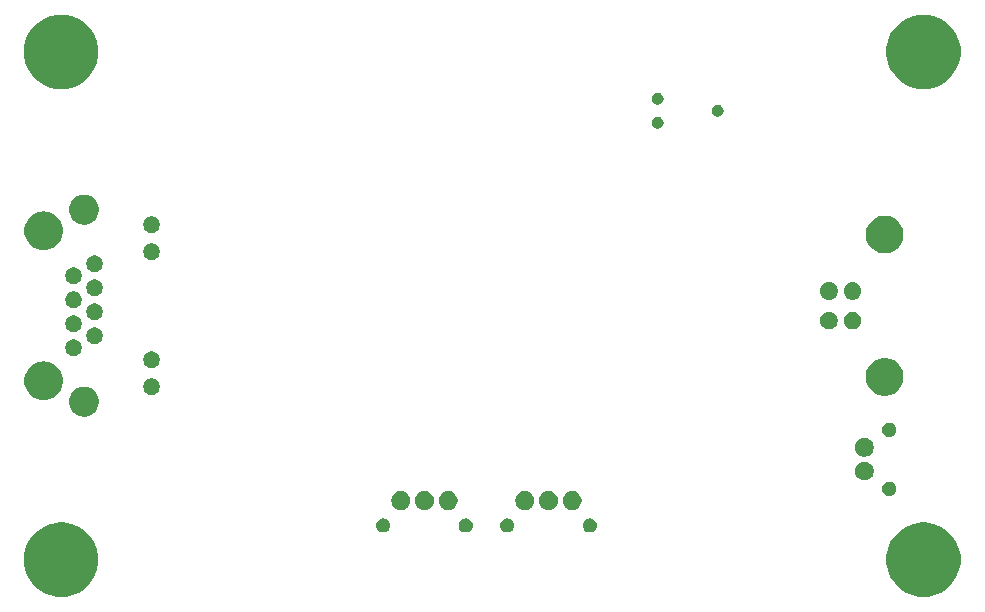
<source format=gbr>
G04 #@! TF.GenerationSoftware,KiCad,Pcbnew,5.0.1-33cea8e~68~ubuntu18.04.1*
G04 #@! TF.CreationDate,2018-11-12T14:49:47+00:00*
G04 #@! TF.ProjectId,comms,636F6D6D732E6B696361645F70636200,rev?*
G04 #@! TF.SameCoordinates,Original*
G04 #@! TF.FileFunction,Soldermask,Bot*
G04 #@! TF.FilePolarity,Negative*
%FSLAX46Y46*%
G04 Gerber Fmt 4.6, Leading zero omitted, Abs format (unit mm)*
G04 Created by KiCad (PCBNEW 5.0.1-33cea8e~68~ubuntu18.04.1) date Mon 12 Nov 2018 14:49:47 GMT*
%MOMM*%
%LPD*%
G01*
G04 APERTURE LIST*
%ADD10C,0.100000*%
G04 APERTURE END LIST*
D10*
G36*
X100155151Y-115583626D02*
X100677123Y-115687452D01*
X101250387Y-115924906D01*
X101766310Y-116269635D01*
X102205067Y-116708392D01*
X102549796Y-117224315D01*
X102787250Y-117797579D01*
X102908302Y-118406152D01*
X102908302Y-119026648D01*
X102787250Y-119635221D01*
X102549796Y-120208485D01*
X102205067Y-120724408D01*
X101766310Y-121163165D01*
X101250387Y-121507894D01*
X100677123Y-121745348D01*
X100155151Y-121849174D01*
X100068551Y-121866400D01*
X99448053Y-121866400D01*
X99361453Y-121849174D01*
X98839481Y-121745348D01*
X98266217Y-121507894D01*
X97750294Y-121163165D01*
X97311537Y-120724408D01*
X96966808Y-120208485D01*
X96729354Y-119635221D01*
X96608302Y-119026648D01*
X96608302Y-118406152D01*
X96729354Y-117797579D01*
X96966808Y-117224315D01*
X97311537Y-116708392D01*
X97750294Y-116269635D01*
X98266217Y-115924906D01*
X98839481Y-115687452D01*
X99361453Y-115583626D01*
X99448053Y-115566400D01*
X100068551Y-115566400D01*
X100155151Y-115583626D01*
X100155151Y-115583626D01*
G37*
G36*
X27155151Y-115583626D02*
X27677123Y-115687452D01*
X28250387Y-115924906D01*
X28766310Y-116269635D01*
X29205067Y-116708392D01*
X29549796Y-117224315D01*
X29787250Y-117797579D01*
X29908302Y-118406152D01*
X29908302Y-119026648D01*
X29787250Y-119635221D01*
X29549796Y-120208485D01*
X29205067Y-120724408D01*
X28766310Y-121163165D01*
X28250387Y-121507894D01*
X27677123Y-121745348D01*
X27155151Y-121849174D01*
X27068551Y-121866400D01*
X26448053Y-121866400D01*
X26361453Y-121849174D01*
X25839481Y-121745348D01*
X25266217Y-121507894D01*
X24750294Y-121163165D01*
X24311537Y-120724408D01*
X23966808Y-120208485D01*
X23729354Y-119635221D01*
X23608302Y-119026648D01*
X23608302Y-118406152D01*
X23729354Y-117797579D01*
X23966808Y-117224315D01*
X24311537Y-116708392D01*
X24750294Y-116269635D01*
X25266217Y-115924906D01*
X25839481Y-115687452D01*
X26361453Y-115583626D01*
X26448053Y-115566400D01*
X27068551Y-115566400D01*
X27155151Y-115583626D01*
X27155151Y-115583626D01*
G37*
G36*
X61183314Y-115239457D02*
X61292509Y-115284687D01*
X61390783Y-115350352D01*
X61474350Y-115433919D01*
X61540015Y-115532193D01*
X61585245Y-115641388D01*
X61608302Y-115757304D01*
X61608302Y-115875496D01*
X61585245Y-115991412D01*
X61540015Y-116100607D01*
X61474350Y-116198881D01*
X61390783Y-116282448D01*
X61292509Y-116348113D01*
X61183314Y-116393343D01*
X61067398Y-116416400D01*
X60949206Y-116416400D01*
X60833290Y-116393343D01*
X60724095Y-116348113D01*
X60625821Y-116282448D01*
X60542254Y-116198881D01*
X60476589Y-116100607D01*
X60431359Y-115991412D01*
X60408302Y-115875496D01*
X60408302Y-115757304D01*
X60431359Y-115641388D01*
X60476589Y-115532193D01*
X60542254Y-115433919D01*
X60625821Y-115350352D01*
X60724095Y-115284687D01*
X60833290Y-115239457D01*
X60949206Y-115216400D01*
X61067398Y-115216400D01*
X61183314Y-115239457D01*
X61183314Y-115239457D01*
G37*
G36*
X71683314Y-115239457D02*
X71792509Y-115284687D01*
X71890783Y-115350352D01*
X71974350Y-115433919D01*
X72040015Y-115532193D01*
X72085245Y-115641388D01*
X72108302Y-115757304D01*
X72108302Y-115875496D01*
X72085245Y-115991412D01*
X72040015Y-116100607D01*
X71974350Y-116198881D01*
X71890783Y-116282448D01*
X71792509Y-116348113D01*
X71683314Y-116393343D01*
X71567398Y-116416400D01*
X71449206Y-116416400D01*
X71333290Y-116393343D01*
X71224095Y-116348113D01*
X71125821Y-116282448D01*
X71042254Y-116198881D01*
X70976589Y-116100607D01*
X70931359Y-115991412D01*
X70908302Y-115875496D01*
X70908302Y-115757304D01*
X70931359Y-115641388D01*
X70976589Y-115532193D01*
X71042254Y-115433919D01*
X71125821Y-115350352D01*
X71224095Y-115284687D01*
X71333290Y-115239457D01*
X71449206Y-115216400D01*
X71567398Y-115216400D01*
X71683314Y-115239457D01*
X71683314Y-115239457D01*
G37*
G36*
X64683314Y-115239457D02*
X64792509Y-115284687D01*
X64890783Y-115350352D01*
X64974350Y-115433919D01*
X65040015Y-115532193D01*
X65085245Y-115641388D01*
X65108302Y-115757304D01*
X65108302Y-115875496D01*
X65085245Y-115991412D01*
X65040015Y-116100607D01*
X64974350Y-116198881D01*
X64890783Y-116282448D01*
X64792509Y-116348113D01*
X64683314Y-116393343D01*
X64567398Y-116416400D01*
X64449206Y-116416400D01*
X64333290Y-116393343D01*
X64224095Y-116348113D01*
X64125821Y-116282448D01*
X64042254Y-116198881D01*
X63976589Y-116100607D01*
X63931359Y-115991412D01*
X63908302Y-115875496D01*
X63908302Y-115757304D01*
X63931359Y-115641388D01*
X63976589Y-115532193D01*
X64042254Y-115433919D01*
X64125821Y-115350352D01*
X64224095Y-115284687D01*
X64333290Y-115239457D01*
X64449206Y-115216400D01*
X64567398Y-115216400D01*
X64683314Y-115239457D01*
X64683314Y-115239457D01*
G37*
G36*
X54183314Y-115239457D02*
X54292509Y-115284687D01*
X54390783Y-115350352D01*
X54474350Y-115433919D01*
X54540015Y-115532193D01*
X54585245Y-115641388D01*
X54608302Y-115757304D01*
X54608302Y-115875496D01*
X54585245Y-115991412D01*
X54540015Y-116100607D01*
X54474350Y-116198881D01*
X54390783Y-116282448D01*
X54292509Y-116348113D01*
X54183314Y-116393343D01*
X54067398Y-116416400D01*
X53949206Y-116416400D01*
X53833290Y-116393343D01*
X53724095Y-116348113D01*
X53625821Y-116282448D01*
X53542254Y-116198881D01*
X53476589Y-116100607D01*
X53431359Y-115991412D01*
X53408302Y-115875496D01*
X53408302Y-115757304D01*
X53431359Y-115641388D01*
X53476589Y-115532193D01*
X53542254Y-115433919D01*
X53625821Y-115350352D01*
X53724095Y-115284687D01*
X53833290Y-115239457D01*
X53949206Y-115216400D01*
X54067398Y-115216400D01*
X54183314Y-115239457D01*
X54183314Y-115239457D01*
G37*
G36*
X55741654Y-112947143D02*
X55887243Y-113007448D01*
X56018275Y-113095001D01*
X56129701Y-113206427D01*
X56217254Y-113337459D01*
X56277559Y-113483048D01*
X56308302Y-113637605D01*
X56308302Y-113795195D01*
X56277559Y-113949752D01*
X56217254Y-114095341D01*
X56129701Y-114226373D01*
X56018275Y-114337799D01*
X55887243Y-114425352D01*
X55741654Y-114485657D01*
X55587097Y-114516400D01*
X55429507Y-114516400D01*
X55274950Y-114485657D01*
X55129361Y-114425352D01*
X54998329Y-114337799D01*
X54886903Y-114226373D01*
X54799350Y-114095341D01*
X54739045Y-113949752D01*
X54708302Y-113795195D01*
X54708302Y-113637605D01*
X54739045Y-113483048D01*
X54799350Y-113337459D01*
X54886903Y-113206427D01*
X54998329Y-113095001D01*
X55129361Y-113007448D01*
X55274950Y-112947143D01*
X55429507Y-112916400D01*
X55587097Y-112916400D01*
X55741654Y-112947143D01*
X55741654Y-112947143D01*
G37*
G36*
X57741654Y-112947143D02*
X57887243Y-113007448D01*
X58018275Y-113095001D01*
X58129701Y-113206427D01*
X58217254Y-113337459D01*
X58277559Y-113483048D01*
X58308302Y-113637605D01*
X58308302Y-113795195D01*
X58277559Y-113949752D01*
X58217254Y-114095341D01*
X58129701Y-114226373D01*
X58018275Y-114337799D01*
X57887243Y-114425352D01*
X57741654Y-114485657D01*
X57587097Y-114516400D01*
X57429507Y-114516400D01*
X57274950Y-114485657D01*
X57129361Y-114425352D01*
X56998329Y-114337799D01*
X56886903Y-114226373D01*
X56799350Y-114095341D01*
X56739045Y-113949752D01*
X56708302Y-113795195D01*
X56708302Y-113637605D01*
X56739045Y-113483048D01*
X56799350Y-113337459D01*
X56886903Y-113206427D01*
X56998329Y-113095001D01*
X57129361Y-113007448D01*
X57274950Y-112947143D01*
X57429507Y-112916400D01*
X57587097Y-112916400D01*
X57741654Y-112947143D01*
X57741654Y-112947143D01*
G37*
G36*
X59741654Y-112947143D02*
X59887243Y-113007448D01*
X60018275Y-113095001D01*
X60129701Y-113206427D01*
X60217254Y-113337459D01*
X60277559Y-113483048D01*
X60308302Y-113637605D01*
X60308302Y-113795195D01*
X60277559Y-113949752D01*
X60217254Y-114095341D01*
X60129701Y-114226373D01*
X60018275Y-114337799D01*
X59887243Y-114425352D01*
X59741654Y-114485657D01*
X59587097Y-114516400D01*
X59429507Y-114516400D01*
X59274950Y-114485657D01*
X59129361Y-114425352D01*
X58998329Y-114337799D01*
X58886903Y-114226373D01*
X58799350Y-114095341D01*
X58739045Y-113949752D01*
X58708302Y-113795195D01*
X58708302Y-113637605D01*
X58739045Y-113483048D01*
X58799350Y-113337459D01*
X58886903Y-113206427D01*
X58998329Y-113095001D01*
X59129361Y-113007448D01*
X59274950Y-112947143D01*
X59429507Y-112916400D01*
X59587097Y-112916400D01*
X59741654Y-112947143D01*
X59741654Y-112947143D01*
G37*
G36*
X70241654Y-112947143D02*
X70387243Y-113007448D01*
X70518275Y-113095001D01*
X70629701Y-113206427D01*
X70717254Y-113337459D01*
X70777559Y-113483048D01*
X70808302Y-113637605D01*
X70808302Y-113795195D01*
X70777559Y-113949752D01*
X70717254Y-114095341D01*
X70629701Y-114226373D01*
X70518275Y-114337799D01*
X70387243Y-114425352D01*
X70241654Y-114485657D01*
X70087097Y-114516400D01*
X69929507Y-114516400D01*
X69774950Y-114485657D01*
X69629361Y-114425352D01*
X69498329Y-114337799D01*
X69386903Y-114226373D01*
X69299350Y-114095341D01*
X69239045Y-113949752D01*
X69208302Y-113795195D01*
X69208302Y-113637605D01*
X69239045Y-113483048D01*
X69299350Y-113337459D01*
X69386903Y-113206427D01*
X69498329Y-113095001D01*
X69629361Y-113007448D01*
X69774950Y-112947143D01*
X69929507Y-112916400D01*
X70087097Y-112916400D01*
X70241654Y-112947143D01*
X70241654Y-112947143D01*
G37*
G36*
X68241654Y-112947143D02*
X68387243Y-113007448D01*
X68518275Y-113095001D01*
X68629701Y-113206427D01*
X68717254Y-113337459D01*
X68777559Y-113483048D01*
X68808302Y-113637605D01*
X68808302Y-113795195D01*
X68777559Y-113949752D01*
X68717254Y-114095341D01*
X68629701Y-114226373D01*
X68518275Y-114337799D01*
X68387243Y-114425352D01*
X68241654Y-114485657D01*
X68087097Y-114516400D01*
X67929507Y-114516400D01*
X67774950Y-114485657D01*
X67629361Y-114425352D01*
X67498329Y-114337799D01*
X67386903Y-114226373D01*
X67299350Y-114095341D01*
X67239045Y-113949752D01*
X67208302Y-113795195D01*
X67208302Y-113637605D01*
X67239045Y-113483048D01*
X67299350Y-113337459D01*
X67386903Y-113206427D01*
X67498329Y-113095001D01*
X67629361Y-113007448D01*
X67774950Y-112947143D01*
X67929507Y-112916400D01*
X68087097Y-112916400D01*
X68241654Y-112947143D01*
X68241654Y-112947143D01*
G37*
G36*
X66241654Y-112947143D02*
X66387243Y-113007448D01*
X66518275Y-113095001D01*
X66629701Y-113206427D01*
X66717254Y-113337459D01*
X66777559Y-113483048D01*
X66808302Y-113637605D01*
X66808302Y-113795195D01*
X66777559Y-113949752D01*
X66717254Y-114095341D01*
X66629701Y-114226373D01*
X66518275Y-114337799D01*
X66387243Y-114425352D01*
X66241654Y-114485657D01*
X66087097Y-114516400D01*
X65929507Y-114516400D01*
X65774950Y-114485657D01*
X65629361Y-114425352D01*
X65498329Y-114337799D01*
X65386903Y-114226373D01*
X65299350Y-114095341D01*
X65239045Y-113949752D01*
X65208302Y-113795195D01*
X65208302Y-113637605D01*
X65239045Y-113483048D01*
X65299350Y-113337459D01*
X65386903Y-113206427D01*
X65498329Y-113095001D01*
X65629361Y-113007448D01*
X65774950Y-112947143D01*
X65929507Y-112916400D01*
X66087097Y-112916400D01*
X66241654Y-112947143D01*
X66241654Y-112947143D01*
G37*
G36*
X97033314Y-112139457D02*
X97142509Y-112184687D01*
X97240783Y-112250352D01*
X97324350Y-112333919D01*
X97390015Y-112432193D01*
X97435245Y-112541388D01*
X97458302Y-112657304D01*
X97458302Y-112775496D01*
X97435245Y-112891412D01*
X97390015Y-113000607D01*
X97324350Y-113098881D01*
X97240783Y-113182448D01*
X97142509Y-113248113D01*
X97033314Y-113293343D01*
X96917398Y-113316400D01*
X96799206Y-113316400D01*
X96683290Y-113293343D01*
X96574095Y-113248113D01*
X96475821Y-113182448D01*
X96392254Y-113098881D01*
X96326589Y-113000607D01*
X96281359Y-112891412D01*
X96258302Y-112775496D01*
X96258302Y-112657304D01*
X96281359Y-112541388D01*
X96326589Y-112432193D01*
X96392254Y-112333919D01*
X96475821Y-112250352D01*
X96574095Y-112184687D01*
X96683290Y-112139457D01*
X96799206Y-112116400D01*
X96917398Y-112116400D01*
X97033314Y-112139457D01*
X97033314Y-112139457D01*
G37*
G36*
X94991654Y-110447143D02*
X95137243Y-110507448D01*
X95268275Y-110595001D01*
X95379701Y-110706427D01*
X95467254Y-110837459D01*
X95527559Y-110983048D01*
X95558302Y-111137605D01*
X95558302Y-111295195D01*
X95527559Y-111449752D01*
X95467254Y-111595341D01*
X95379701Y-111726373D01*
X95268275Y-111837799D01*
X95137243Y-111925352D01*
X94991654Y-111985657D01*
X94837097Y-112016400D01*
X94679507Y-112016400D01*
X94524950Y-111985657D01*
X94379361Y-111925352D01*
X94248329Y-111837799D01*
X94136903Y-111726373D01*
X94049350Y-111595341D01*
X93989045Y-111449752D01*
X93958302Y-111295195D01*
X93958302Y-111137605D01*
X93989045Y-110983048D01*
X94049350Y-110837459D01*
X94136903Y-110706427D01*
X94248329Y-110595001D01*
X94379361Y-110507448D01*
X94524950Y-110447143D01*
X94679507Y-110416400D01*
X94837097Y-110416400D01*
X94991654Y-110447143D01*
X94991654Y-110447143D01*
G37*
G36*
X94991654Y-108447143D02*
X95137243Y-108507448D01*
X95268275Y-108595001D01*
X95379701Y-108706427D01*
X95467254Y-108837459D01*
X95527559Y-108983048D01*
X95558302Y-109137605D01*
X95558302Y-109295195D01*
X95527559Y-109449752D01*
X95467254Y-109595341D01*
X95379701Y-109726373D01*
X95268275Y-109837799D01*
X95137243Y-109925352D01*
X94991654Y-109985657D01*
X94837097Y-110016400D01*
X94679507Y-110016400D01*
X94524950Y-109985657D01*
X94379361Y-109925352D01*
X94248329Y-109837799D01*
X94136903Y-109726373D01*
X94049350Y-109595341D01*
X93989045Y-109449752D01*
X93958302Y-109295195D01*
X93958302Y-109137605D01*
X93989045Y-108983048D01*
X94049350Y-108837459D01*
X94136903Y-108706427D01*
X94248329Y-108595001D01*
X94379361Y-108507448D01*
X94524950Y-108447143D01*
X94679507Y-108416400D01*
X94837097Y-108416400D01*
X94991654Y-108447143D01*
X94991654Y-108447143D01*
G37*
G36*
X97033314Y-107139457D02*
X97142509Y-107184687D01*
X97240783Y-107250352D01*
X97324350Y-107333919D01*
X97390015Y-107432193D01*
X97435245Y-107541388D01*
X97458302Y-107657304D01*
X97458302Y-107775496D01*
X97435245Y-107891412D01*
X97390015Y-108000607D01*
X97324350Y-108098881D01*
X97240783Y-108182448D01*
X97142509Y-108248113D01*
X97033314Y-108293343D01*
X96917398Y-108316400D01*
X96799206Y-108316400D01*
X96683290Y-108293343D01*
X96574095Y-108248113D01*
X96475821Y-108182448D01*
X96392254Y-108098881D01*
X96326589Y-108000607D01*
X96281359Y-107891412D01*
X96258302Y-107775496D01*
X96258302Y-107657304D01*
X96281359Y-107541388D01*
X96326589Y-107432193D01*
X96392254Y-107333919D01*
X96475821Y-107250352D01*
X96574095Y-107184687D01*
X96683290Y-107139457D01*
X96799206Y-107116400D01*
X96917398Y-107116400D01*
X97033314Y-107139457D01*
X97033314Y-107139457D01*
G37*
G36*
X28935066Y-104098802D02*
X29057747Y-104123205D01*
X29288873Y-104218941D01*
X29496883Y-104357929D01*
X29673773Y-104534819D01*
X29673775Y-104534822D01*
X29812761Y-104742829D01*
X29908497Y-104973955D01*
X29957302Y-105219316D01*
X29957302Y-105469484D01*
X29908497Y-105714845D01*
X29812761Y-105945971D01*
X29673773Y-106153981D01*
X29496883Y-106330871D01*
X29496880Y-106330873D01*
X29288873Y-106469859D01*
X29057747Y-106565595D01*
X28935066Y-106589998D01*
X28812388Y-106614400D01*
X28562216Y-106614400D01*
X28439538Y-106589998D01*
X28316857Y-106565595D01*
X28085731Y-106469859D01*
X27877724Y-106330873D01*
X27877721Y-106330871D01*
X27700831Y-106153981D01*
X27561843Y-105945971D01*
X27466107Y-105714845D01*
X27417302Y-105469484D01*
X27417302Y-105219316D01*
X27466107Y-104973955D01*
X27561843Y-104742829D01*
X27700829Y-104534822D01*
X27700831Y-104534819D01*
X27877721Y-104357929D01*
X28085731Y-104218941D01*
X28316857Y-104123205D01*
X28439538Y-104098802D01*
X28562216Y-104074400D01*
X28812388Y-104074400D01*
X28935066Y-104098802D01*
X28935066Y-104098802D01*
G37*
G36*
X25463102Y-101949690D02*
X25732472Y-102003270D01*
X26028313Y-102125812D01*
X26294562Y-102303714D01*
X26520988Y-102530140D01*
X26698890Y-102796389D01*
X26821432Y-103092230D01*
X26883902Y-103406292D01*
X26883902Y-103726508D01*
X26821432Y-104040570D01*
X26698890Y-104336411D01*
X26520988Y-104602660D01*
X26294562Y-104829086D01*
X26028313Y-105006988D01*
X25732472Y-105129530D01*
X25463102Y-105183110D01*
X25418411Y-105192000D01*
X25098193Y-105192000D01*
X25053502Y-105183110D01*
X24784132Y-105129530D01*
X24488291Y-105006988D01*
X24222042Y-104829086D01*
X23995616Y-104602660D01*
X23817714Y-104336411D01*
X23695172Y-104040570D01*
X23632702Y-103726508D01*
X23632702Y-103406292D01*
X23695172Y-103092230D01*
X23817714Y-102796389D01*
X23995616Y-102530140D01*
X24222042Y-102303714D01*
X24488291Y-102125812D01*
X24784132Y-102003270D01*
X25053502Y-101949690D01*
X25098193Y-101940800D01*
X25418411Y-101940800D01*
X25463102Y-101949690D01*
X25463102Y-101949690D01*
G37*
G36*
X96935005Y-101697886D02*
X97226185Y-101818497D01*
X97488246Y-101993601D01*
X97711101Y-102216456D01*
X97886205Y-102478517D01*
X98006816Y-102769697D01*
X98068302Y-103078812D01*
X98068302Y-103393988D01*
X98006816Y-103703103D01*
X97886205Y-103994283D01*
X97711101Y-104256344D01*
X97488246Y-104479199D01*
X97226185Y-104654303D01*
X96935005Y-104774914D01*
X96625890Y-104836400D01*
X96310714Y-104836400D01*
X96001599Y-104774914D01*
X95710419Y-104654303D01*
X95448358Y-104479199D01*
X95225503Y-104256344D01*
X95050399Y-103994283D01*
X94929788Y-103703103D01*
X94868302Y-103393988D01*
X94868302Y-103078812D01*
X94929788Y-102769697D01*
X95050399Y-102478517D01*
X95225503Y-102216456D01*
X95448358Y-101993601D01*
X95710419Y-101818497D01*
X96001599Y-101697886D01*
X96310714Y-101636400D01*
X96625890Y-101636400D01*
X96935005Y-101697886D01*
X96935005Y-101697886D01*
G37*
G36*
X34606485Y-103401300D02*
X34733876Y-103454068D01*
X34848527Y-103530675D01*
X34946027Y-103628175D01*
X35022634Y-103742826D01*
X35075402Y-103870217D01*
X35102302Y-104005455D01*
X35102302Y-104143345D01*
X35075402Y-104278583D01*
X35022634Y-104405974D01*
X34946027Y-104520625D01*
X34848527Y-104618125D01*
X34733876Y-104694732D01*
X34606485Y-104747500D01*
X34471247Y-104774400D01*
X34333357Y-104774400D01*
X34198119Y-104747500D01*
X34070728Y-104694732D01*
X33956077Y-104618125D01*
X33858577Y-104520625D01*
X33781970Y-104405974D01*
X33729202Y-104278583D01*
X33702302Y-104143345D01*
X33702302Y-104005455D01*
X33729202Y-103870217D01*
X33781970Y-103742826D01*
X33858577Y-103628175D01*
X33956077Y-103530675D01*
X34070728Y-103454068D01*
X34198119Y-103401300D01*
X34333357Y-103374400D01*
X34471247Y-103374400D01*
X34606485Y-103401300D01*
X34606485Y-103401300D01*
G37*
G36*
X34606485Y-101115300D02*
X34733876Y-101168068D01*
X34809541Y-101218625D01*
X34848527Y-101244675D01*
X34946027Y-101342175D01*
X35022634Y-101456826D01*
X35075402Y-101584217D01*
X35102302Y-101719455D01*
X35102302Y-101857345D01*
X35075402Y-101992583D01*
X35022634Y-102119974D01*
X34946027Y-102234625D01*
X34848527Y-102332125D01*
X34733876Y-102408732D01*
X34606485Y-102461500D01*
X34471247Y-102488400D01*
X34333357Y-102488400D01*
X34198119Y-102461500D01*
X34070728Y-102408732D01*
X33956077Y-102332125D01*
X33858577Y-102234625D01*
X33781970Y-102119974D01*
X33729202Y-101992583D01*
X33702302Y-101857345D01*
X33702302Y-101719455D01*
X33729202Y-101584217D01*
X33781970Y-101456826D01*
X33858577Y-101342175D01*
X33956077Y-101244675D01*
X33995064Y-101218625D01*
X34070728Y-101168068D01*
X34198119Y-101115300D01*
X34333357Y-101088400D01*
X34471247Y-101088400D01*
X34606485Y-101115300D01*
X34606485Y-101115300D01*
G37*
G36*
X28002485Y-100099300D02*
X28129876Y-100152068D01*
X28205541Y-100202625D01*
X28244527Y-100228675D01*
X28342027Y-100326175D01*
X28418634Y-100440826D01*
X28471402Y-100568217D01*
X28498302Y-100703455D01*
X28498302Y-100841345D01*
X28471402Y-100976583D01*
X28425085Y-101088400D01*
X28418634Y-101103974D01*
X28342028Y-101218624D01*
X28244526Y-101316126D01*
X28205539Y-101342176D01*
X28129876Y-101392732D01*
X28002485Y-101445500D01*
X27867247Y-101472400D01*
X27729357Y-101472400D01*
X27594119Y-101445500D01*
X27466728Y-101392732D01*
X27391065Y-101342176D01*
X27352078Y-101316126D01*
X27254576Y-101218624D01*
X27177970Y-101103974D01*
X27171519Y-101088400D01*
X27125202Y-100976583D01*
X27098302Y-100841345D01*
X27098302Y-100703455D01*
X27125202Y-100568217D01*
X27177970Y-100440826D01*
X27254577Y-100326175D01*
X27352077Y-100228675D01*
X27391064Y-100202625D01*
X27466728Y-100152068D01*
X27594119Y-100099300D01*
X27729357Y-100072400D01*
X27867247Y-100072400D01*
X28002485Y-100099300D01*
X28002485Y-100099300D01*
G37*
G36*
X29780485Y-99083300D02*
X29895740Y-99131041D01*
X29907876Y-99136068D01*
X29983541Y-99186625D01*
X30022527Y-99212675D01*
X30120027Y-99310175D01*
X30196634Y-99424826D01*
X30249402Y-99552217D01*
X30276302Y-99687455D01*
X30276302Y-99825345D01*
X30249402Y-99960583D01*
X30203085Y-100072400D01*
X30196634Y-100087974D01*
X30120028Y-100202624D01*
X30022526Y-100300126D01*
X29983539Y-100326176D01*
X29907876Y-100376732D01*
X29780485Y-100429500D01*
X29645247Y-100456400D01*
X29507357Y-100456400D01*
X29372119Y-100429500D01*
X29244728Y-100376732D01*
X29169065Y-100326176D01*
X29130078Y-100300126D01*
X29032576Y-100202624D01*
X28955970Y-100087974D01*
X28949519Y-100072400D01*
X28903202Y-99960583D01*
X28876302Y-99825345D01*
X28876302Y-99687455D01*
X28903202Y-99552217D01*
X28955970Y-99424826D01*
X29032577Y-99310175D01*
X29130077Y-99212675D01*
X29169064Y-99186625D01*
X29244728Y-99136068D01*
X29256864Y-99131041D01*
X29372119Y-99083300D01*
X29507357Y-99056400D01*
X29645247Y-99056400D01*
X29780485Y-99083300D01*
X29780485Y-99083300D01*
G37*
G36*
X28002485Y-98067300D02*
X28129876Y-98120068D01*
X28205541Y-98170625D01*
X28244527Y-98196675D01*
X28342027Y-98294175D01*
X28418634Y-98408826D01*
X28471402Y-98536217D01*
X28498302Y-98671455D01*
X28498302Y-98809345D01*
X28471402Y-98944583D01*
X28425085Y-99056400D01*
X28418634Y-99071974D01*
X28342028Y-99186624D01*
X28244526Y-99284126D01*
X28205539Y-99310176D01*
X28129876Y-99360732D01*
X28002485Y-99413500D01*
X27867247Y-99440400D01*
X27729357Y-99440400D01*
X27594119Y-99413500D01*
X27466728Y-99360732D01*
X27391065Y-99310176D01*
X27352078Y-99284126D01*
X27254576Y-99186624D01*
X27177970Y-99071974D01*
X27171519Y-99056400D01*
X27125202Y-98944583D01*
X27098302Y-98809345D01*
X27098302Y-98671455D01*
X27125202Y-98536217D01*
X27177970Y-98408826D01*
X27254577Y-98294175D01*
X27352077Y-98196675D01*
X27391064Y-98170625D01*
X27466728Y-98120068D01*
X27594119Y-98067300D01*
X27729357Y-98040400D01*
X27867247Y-98040400D01*
X28002485Y-98067300D01*
X28002485Y-98067300D01*
G37*
G36*
X93904620Y-97730811D02*
X93977069Y-97745222D01*
X94033605Y-97768640D01*
X94113559Y-97801758D01*
X94236402Y-97883839D01*
X94340863Y-97988300D01*
X94422944Y-98111143D01*
X94479480Y-98247634D01*
X94508302Y-98392530D01*
X94508302Y-98540270D01*
X94479480Y-98685166D01*
X94422944Y-98821657D01*
X94340863Y-98944500D01*
X94236402Y-99048961D01*
X94113559Y-99131042D01*
X94033605Y-99164160D01*
X93977069Y-99187578D01*
X93904620Y-99201989D01*
X93832172Y-99216400D01*
X93684432Y-99216400D01*
X93611984Y-99201989D01*
X93539535Y-99187578D01*
X93482999Y-99164160D01*
X93403045Y-99131042D01*
X93280202Y-99048961D01*
X93175741Y-98944500D01*
X93093660Y-98821657D01*
X93037124Y-98685166D01*
X93008302Y-98540270D01*
X93008302Y-98392530D01*
X93037124Y-98247634D01*
X93093660Y-98111143D01*
X93175741Y-97988300D01*
X93280202Y-97883839D01*
X93403045Y-97801758D01*
X93482999Y-97768640D01*
X93539535Y-97745222D01*
X93611984Y-97730811D01*
X93684432Y-97716400D01*
X93832172Y-97716400D01*
X93904620Y-97730811D01*
X93904620Y-97730811D01*
G37*
G36*
X91904620Y-97730811D02*
X91977069Y-97745222D01*
X92033605Y-97768640D01*
X92113559Y-97801758D01*
X92236402Y-97883839D01*
X92340863Y-97988300D01*
X92422944Y-98111143D01*
X92479480Y-98247634D01*
X92508302Y-98392530D01*
X92508302Y-98540270D01*
X92479480Y-98685166D01*
X92422944Y-98821657D01*
X92340863Y-98944500D01*
X92236402Y-99048961D01*
X92113559Y-99131042D01*
X92033605Y-99164160D01*
X91977069Y-99187578D01*
X91904620Y-99201989D01*
X91832172Y-99216400D01*
X91684432Y-99216400D01*
X91611984Y-99201989D01*
X91539535Y-99187578D01*
X91482999Y-99164160D01*
X91403045Y-99131042D01*
X91280202Y-99048961D01*
X91175741Y-98944500D01*
X91093660Y-98821657D01*
X91037124Y-98685166D01*
X91008302Y-98540270D01*
X91008302Y-98392530D01*
X91037124Y-98247634D01*
X91093660Y-98111143D01*
X91175741Y-97988300D01*
X91280202Y-97883839D01*
X91403045Y-97801758D01*
X91482999Y-97768640D01*
X91539535Y-97745222D01*
X91611984Y-97730811D01*
X91684432Y-97716400D01*
X91832172Y-97716400D01*
X91904620Y-97730811D01*
X91904620Y-97730811D01*
G37*
G36*
X29780485Y-97051300D02*
X29907876Y-97104068D01*
X29983541Y-97154625D01*
X30022527Y-97180675D01*
X30120027Y-97278175D01*
X30196634Y-97392826D01*
X30249402Y-97520217D01*
X30276302Y-97655455D01*
X30276302Y-97793345D01*
X30249402Y-97928583D01*
X30203085Y-98040400D01*
X30196634Y-98055974D01*
X30120028Y-98170624D01*
X30022526Y-98268126D01*
X29983539Y-98294176D01*
X29907876Y-98344732D01*
X29780485Y-98397500D01*
X29645247Y-98424400D01*
X29507357Y-98424400D01*
X29372119Y-98397500D01*
X29244728Y-98344732D01*
X29169065Y-98294176D01*
X29130078Y-98268126D01*
X29032576Y-98170624D01*
X28955970Y-98055974D01*
X28949519Y-98040400D01*
X28903202Y-97928583D01*
X28876302Y-97793345D01*
X28876302Y-97655455D01*
X28903202Y-97520217D01*
X28955970Y-97392826D01*
X29032577Y-97278175D01*
X29130077Y-97180675D01*
X29169064Y-97154625D01*
X29244728Y-97104068D01*
X29372119Y-97051300D01*
X29507357Y-97024400D01*
X29645247Y-97024400D01*
X29780485Y-97051300D01*
X29780485Y-97051300D01*
G37*
G36*
X28002485Y-96035300D02*
X28129876Y-96088068D01*
X28244526Y-96164674D01*
X28342028Y-96262176D01*
X28381772Y-96321658D01*
X28418634Y-96376826D01*
X28471402Y-96504217D01*
X28498302Y-96639455D01*
X28498302Y-96777345D01*
X28471402Y-96912583D01*
X28425085Y-97024400D01*
X28418634Y-97039974D01*
X28342028Y-97154624D01*
X28244526Y-97252126D01*
X28205539Y-97278176D01*
X28129876Y-97328732D01*
X28002485Y-97381500D01*
X27867247Y-97408400D01*
X27729357Y-97408400D01*
X27594119Y-97381500D01*
X27466728Y-97328732D01*
X27391065Y-97278176D01*
X27352078Y-97252126D01*
X27254576Y-97154624D01*
X27177970Y-97039974D01*
X27171519Y-97024400D01*
X27125202Y-96912583D01*
X27098302Y-96777345D01*
X27098302Y-96639455D01*
X27125202Y-96504217D01*
X27177970Y-96376826D01*
X27214832Y-96321658D01*
X27254576Y-96262176D01*
X27352078Y-96164674D01*
X27466728Y-96088068D01*
X27594119Y-96035300D01*
X27729357Y-96008400D01*
X27867247Y-96008400D01*
X28002485Y-96035300D01*
X28002485Y-96035300D01*
G37*
G36*
X93904620Y-95230811D02*
X93977069Y-95245222D01*
X94033605Y-95268640D01*
X94113559Y-95301758D01*
X94236402Y-95383839D01*
X94340863Y-95488300D01*
X94422944Y-95611143D01*
X94479480Y-95747634D01*
X94508302Y-95892530D01*
X94508302Y-96040270D01*
X94479480Y-96185166D01*
X94422944Y-96321657D01*
X94340863Y-96444500D01*
X94236402Y-96548961D01*
X94113559Y-96631042D01*
X94033605Y-96664160D01*
X93977069Y-96687578D01*
X93904620Y-96701989D01*
X93832172Y-96716400D01*
X93684432Y-96716400D01*
X93611984Y-96701989D01*
X93539535Y-96687578D01*
X93482999Y-96664160D01*
X93403045Y-96631042D01*
X93280202Y-96548961D01*
X93175741Y-96444500D01*
X93093660Y-96321657D01*
X93037124Y-96185166D01*
X93008302Y-96040270D01*
X93008302Y-95892530D01*
X93037124Y-95747634D01*
X93093660Y-95611143D01*
X93175741Y-95488300D01*
X93280202Y-95383839D01*
X93403045Y-95301758D01*
X93482999Y-95268640D01*
X93539535Y-95245222D01*
X93611984Y-95230811D01*
X93684432Y-95216400D01*
X93832172Y-95216400D01*
X93904620Y-95230811D01*
X93904620Y-95230811D01*
G37*
G36*
X91904620Y-95230811D02*
X91977069Y-95245222D01*
X92033605Y-95268640D01*
X92113559Y-95301758D01*
X92236402Y-95383839D01*
X92340863Y-95488300D01*
X92422944Y-95611143D01*
X92479480Y-95747634D01*
X92508302Y-95892530D01*
X92508302Y-96040270D01*
X92479480Y-96185166D01*
X92422944Y-96321657D01*
X92340863Y-96444500D01*
X92236402Y-96548961D01*
X92113559Y-96631042D01*
X92033605Y-96664160D01*
X91977069Y-96687578D01*
X91904620Y-96701989D01*
X91832172Y-96716400D01*
X91684432Y-96716400D01*
X91611984Y-96701989D01*
X91539535Y-96687578D01*
X91482999Y-96664160D01*
X91403045Y-96631042D01*
X91280202Y-96548961D01*
X91175741Y-96444500D01*
X91093660Y-96321657D01*
X91037124Y-96185166D01*
X91008302Y-96040270D01*
X91008302Y-95892530D01*
X91037124Y-95747634D01*
X91093660Y-95611143D01*
X91175741Y-95488300D01*
X91280202Y-95383839D01*
X91403045Y-95301758D01*
X91482999Y-95268640D01*
X91539535Y-95245222D01*
X91611984Y-95230811D01*
X91684432Y-95216400D01*
X91832172Y-95216400D01*
X91904620Y-95230811D01*
X91904620Y-95230811D01*
G37*
G36*
X29780485Y-95019300D02*
X29907876Y-95072068D01*
X29983541Y-95122625D01*
X30022527Y-95148675D01*
X30120027Y-95246175D01*
X30196634Y-95360826D01*
X30249402Y-95488217D01*
X30276302Y-95623455D01*
X30276302Y-95761345D01*
X30249402Y-95896583D01*
X30203085Y-96008400D01*
X30196634Y-96023974D01*
X30120028Y-96138624D01*
X30022526Y-96236126D01*
X29983539Y-96262176D01*
X29907876Y-96312732D01*
X29780485Y-96365500D01*
X29645247Y-96392400D01*
X29507357Y-96392400D01*
X29372119Y-96365500D01*
X29244728Y-96312732D01*
X29169065Y-96262176D01*
X29130078Y-96236126D01*
X29032576Y-96138624D01*
X28955970Y-96023974D01*
X28949519Y-96008400D01*
X28903202Y-95896583D01*
X28876302Y-95761345D01*
X28876302Y-95623455D01*
X28903202Y-95488217D01*
X28955970Y-95360826D01*
X29032577Y-95246175D01*
X29130077Y-95148675D01*
X29169064Y-95122625D01*
X29244728Y-95072068D01*
X29372119Y-95019300D01*
X29507357Y-94992400D01*
X29645247Y-94992400D01*
X29780485Y-95019300D01*
X29780485Y-95019300D01*
G37*
G36*
X28002485Y-94003300D02*
X28129876Y-94056068D01*
X28205541Y-94106625D01*
X28244527Y-94132675D01*
X28342027Y-94230175D01*
X28418634Y-94344826D01*
X28471402Y-94472217D01*
X28498302Y-94607455D01*
X28498302Y-94745345D01*
X28471402Y-94880583D01*
X28425085Y-94992400D01*
X28418634Y-95007974D01*
X28342028Y-95122624D01*
X28244526Y-95220126D01*
X28205539Y-95246176D01*
X28129876Y-95296732D01*
X28002485Y-95349500D01*
X27867247Y-95376400D01*
X27729357Y-95376400D01*
X27594119Y-95349500D01*
X27466728Y-95296732D01*
X27391065Y-95246176D01*
X27352078Y-95220126D01*
X27254576Y-95122624D01*
X27177970Y-95007974D01*
X27171519Y-94992400D01*
X27125202Y-94880583D01*
X27098302Y-94745345D01*
X27098302Y-94607455D01*
X27125202Y-94472217D01*
X27177970Y-94344826D01*
X27254577Y-94230175D01*
X27352077Y-94132675D01*
X27391064Y-94106625D01*
X27466728Y-94056068D01*
X27594119Y-94003300D01*
X27729357Y-93976400D01*
X27867247Y-93976400D01*
X28002485Y-94003300D01*
X28002485Y-94003300D01*
G37*
G36*
X29780485Y-92987300D02*
X29907876Y-93040068D01*
X29983541Y-93090625D01*
X30022527Y-93116675D01*
X30120027Y-93214175D01*
X30196634Y-93328826D01*
X30249402Y-93456217D01*
X30276302Y-93591455D01*
X30276302Y-93729345D01*
X30249402Y-93864583D01*
X30203085Y-93976400D01*
X30196634Y-93991974D01*
X30120028Y-94106624D01*
X30022526Y-94204126D01*
X29983539Y-94230176D01*
X29907876Y-94280732D01*
X29780485Y-94333500D01*
X29645247Y-94360400D01*
X29507357Y-94360400D01*
X29372119Y-94333500D01*
X29244728Y-94280732D01*
X29169065Y-94230176D01*
X29130078Y-94204126D01*
X29032576Y-94106624D01*
X28955970Y-93991974D01*
X28949519Y-93976400D01*
X28903202Y-93864583D01*
X28876302Y-93729345D01*
X28876302Y-93591455D01*
X28903202Y-93456217D01*
X28955970Y-93328826D01*
X29032577Y-93214175D01*
X29130077Y-93116675D01*
X29169064Y-93090625D01*
X29244728Y-93040068D01*
X29372119Y-92987300D01*
X29507357Y-92960400D01*
X29645247Y-92960400D01*
X29780485Y-92987300D01*
X29780485Y-92987300D01*
G37*
G36*
X34606485Y-91971300D02*
X34733876Y-92024068D01*
X34848527Y-92100675D01*
X34946027Y-92198175D01*
X35022634Y-92312826D01*
X35075402Y-92440217D01*
X35102302Y-92575455D01*
X35102302Y-92713345D01*
X35075402Y-92848583D01*
X35029085Y-92960400D01*
X35022634Y-92975974D01*
X34946028Y-93090624D01*
X34848526Y-93188126D01*
X34809539Y-93214176D01*
X34733876Y-93264732D01*
X34606485Y-93317500D01*
X34471247Y-93344400D01*
X34333357Y-93344400D01*
X34198119Y-93317500D01*
X34070728Y-93264732D01*
X33995065Y-93214176D01*
X33956078Y-93188126D01*
X33858576Y-93090624D01*
X33781970Y-92975974D01*
X33775519Y-92960400D01*
X33729202Y-92848583D01*
X33702302Y-92713345D01*
X33702302Y-92575455D01*
X33729202Y-92440217D01*
X33781970Y-92312826D01*
X33858577Y-92198175D01*
X33956077Y-92100675D01*
X34070728Y-92024068D01*
X34198119Y-91971300D01*
X34333357Y-91944400D01*
X34471247Y-91944400D01*
X34606485Y-91971300D01*
X34606485Y-91971300D01*
G37*
G36*
X96935005Y-89657886D02*
X97226185Y-89778497D01*
X97488246Y-89953601D01*
X97711101Y-90176456D01*
X97886205Y-90438517D01*
X98006816Y-90729697D01*
X98068302Y-91038812D01*
X98068302Y-91353988D01*
X98006816Y-91663103D01*
X97886205Y-91954283D01*
X97711101Y-92216344D01*
X97488246Y-92439199D01*
X97226185Y-92614303D01*
X96935005Y-92734914D01*
X96625890Y-92796400D01*
X96310714Y-92796400D01*
X96001599Y-92734914D01*
X95710419Y-92614303D01*
X95448358Y-92439199D01*
X95225503Y-92216344D01*
X95050399Y-91954283D01*
X94929788Y-91663103D01*
X94868302Y-91353988D01*
X94868302Y-91038812D01*
X94929788Y-90729697D01*
X95050399Y-90438517D01*
X95225503Y-90176456D01*
X95448358Y-89953601D01*
X95710419Y-89778497D01*
X96001599Y-89657886D01*
X96310714Y-89596400D01*
X96625890Y-89596400D01*
X96935005Y-89657886D01*
X96935005Y-89657886D01*
G37*
G36*
X25463102Y-89249690D02*
X25732472Y-89303270D01*
X26028313Y-89425812D01*
X26294562Y-89603714D01*
X26520988Y-89830140D01*
X26698890Y-90096389D01*
X26821432Y-90392230D01*
X26883902Y-90706292D01*
X26883902Y-91026508D01*
X26821432Y-91340570D01*
X26698890Y-91636411D01*
X26520988Y-91902660D01*
X26294562Y-92129086D01*
X26028313Y-92306988D01*
X25732472Y-92429530D01*
X25463102Y-92483110D01*
X25418411Y-92492000D01*
X25098193Y-92492000D01*
X25053502Y-92483110D01*
X24784132Y-92429530D01*
X24488291Y-92306988D01*
X24222042Y-92129086D01*
X23995616Y-91902660D01*
X23817714Y-91636411D01*
X23695172Y-91340570D01*
X23632702Y-91026508D01*
X23632702Y-90706292D01*
X23695172Y-90392230D01*
X23817714Y-90096389D01*
X23995616Y-89830140D01*
X24222042Y-89603714D01*
X24488291Y-89425812D01*
X24784132Y-89303270D01*
X25053502Y-89249690D01*
X25098193Y-89240800D01*
X25418411Y-89240800D01*
X25463102Y-89249690D01*
X25463102Y-89249690D01*
G37*
G36*
X34606485Y-89685300D02*
X34733876Y-89738068D01*
X34848527Y-89814675D01*
X34946027Y-89912175D01*
X35022634Y-90026826D01*
X35075402Y-90154217D01*
X35102302Y-90289455D01*
X35102302Y-90427345D01*
X35075402Y-90562583D01*
X35022634Y-90689974D01*
X34946027Y-90804625D01*
X34848527Y-90902125D01*
X34733876Y-90978732D01*
X34606485Y-91031500D01*
X34471247Y-91058400D01*
X34333357Y-91058400D01*
X34198119Y-91031500D01*
X34070728Y-90978732D01*
X33956077Y-90902125D01*
X33858577Y-90804625D01*
X33781970Y-90689974D01*
X33729202Y-90562583D01*
X33702302Y-90427345D01*
X33702302Y-90289455D01*
X33729202Y-90154217D01*
X33781970Y-90026826D01*
X33858577Y-89912175D01*
X33956077Y-89814675D01*
X34070728Y-89738068D01*
X34198119Y-89685300D01*
X34333357Y-89658400D01*
X34471247Y-89658400D01*
X34606485Y-89685300D01*
X34606485Y-89685300D01*
G37*
G36*
X28935067Y-87842803D02*
X29057747Y-87867205D01*
X29288873Y-87962941D01*
X29496883Y-88101929D01*
X29673773Y-88278819D01*
X29673775Y-88278822D01*
X29812761Y-88486829D01*
X29908497Y-88717955D01*
X29957302Y-88963316D01*
X29957302Y-89213484D01*
X29908497Y-89458845D01*
X29826051Y-89657886D01*
X29812761Y-89689971D01*
X29673773Y-89897981D01*
X29496883Y-90074871D01*
X29496880Y-90074873D01*
X29288873Y-90213859D01*
X29057747Y-90309595D01*
X28935067Y-90333997D01*
X28812388Y-90358400D01*
X28562216Y-90358400D01*
X28439537Y-90333997D01*
X28316857Y-90309595D01*
X28085731Y-90213859D01*
X27877724Y-90074873D01*
X27877721Y-90074871D01*
X27700831Y-89897981D01*
X27561843Y-89689971D01*
X27548553Y-89657886D01*
X27466107Y-89458845D01*
X27417302Y-89213484D01*
X27417302Y-88963316D01*
X27466107Y-88717955D01*
X27561843Y-88486829D01*
X27700829Y-88278822D01*
X27700831Y-88278819D01*
X27877721Y-88101929D01*
X28085731Y-87962941D01*
X28316857Y-87867205D01*
X28439537Y-87842803D01*
X28562216Y-87818400D01*
X28812388Y-87818400D01*
X28935067Y-87842803D01*
X28935067Y-87842803D01*
G37*
G36*
X77404147Y-81235615D02*
X77495141Y-81273306D01*
X77575942Y-81327296D01*
X77577036Y-81328027D01*
X77646675Y-81397666D01*
X77701397Y-81479563D01*
X77739087Y-81570555D01*
X77758302Y-81667155D01*
X77758302Y-81765645D01*
X77739087Y-81862245D01*
X77701397Y-81953237D01*
X77646675Y-82035134D01*
X77577036Y-82104773D01*
X77577033Y-82104775D01*
X77495141Y-82159494D01*
X77404147Y-82197185D01*
X77307548Y-82216400D01*
X77209056Y-82216400D01*
X77112457Y-82197185D01*
X77021463Y-82159494D01*
X76939571Y-82104775D01*
X76939568Y-82104773D01*
X76869929Y-82035134D01*
X76815207Y-81953237D01*
X76777517Y-81862245D01*
X76758302Y-81765645D01*
X76758302Y-81667155D01*
X76777517Y-81570555D01*
X76815207Y-81479563D01*
X76869929Y-81397666D01*
X76939568Y-81328027D01*
X76940662Y-81327296D01*
X77021463Y-81273306D01*
X77112457Y-81235615D01*
X77209056Y-81216400D01*
X77307548Y-81216400D01*
X77404147Y-81235615D01*
X77404147Y-81235615D01*
G37*
G36*
X82484147Y-80219615D02*
X82575141Y-80257306D01*
X82655942Y-80311296D01*
X82657036Y-80312027D01*
X82726675Y-80381666D01*
X82781397Y-80463563D01*
X82819087Y-80554555D01*
X82838302Y-80651155D01*
X82838302Y-80749645D01*
X82819087Y-80846245D01*
X82781397Y-80937237D01*
X82726675Y-81019134D01*
X82657036Y-81088773D01*
X82657033Y-81088775D01*
X82575141Y-81143494D01*
X82484147Y-81181185D01*
X82387548Y-81200400D01*
X82289056Y-81200400D01*
X82192457Y-81181185D01*
X82101463Y-81143494D01*
X82019571Y-81088775D01*
X82019568Y-81088773D01*
X81949929Y-81019134D01*
X81895207Y-80937237D01*
X81857517Y-80846245D01*
X81838302Y-80749645D01*
X81838302Y-80651155D01*
X81857517Y-80554555D01*
X81895207Y-80463563D01*
X81949929Y-80381666D01*
X82019568Y-80312027D01*
X82020662Y-80311296D01*
X82101463Y-80257306D01*
X82192457Y-80219615D01*
X82289056Y-80200400D01*
X82387548Y-80200400D01*
X82484147Y-80219615D01*
X82484147Y-80219615D01*
G37*
G36*
X77404147Y-79203615D02*
X77495141Y-79241306D01*
X77575942Y-79295296D01*
X77577036Y-79296027D01*
X77646675Y-79365666D01*
X77701397Y-79447563D01*
X77739087Y-79538555D01*
X77758302Y-79635155D01*
X77758302Y-79733645D01*
X77739087Y-79830245D01*
X77701397Y-79921237D01*
X77646675Y-80003134D01*
X77577036Y-80072773D01*
X77577033Y-80072775D01*
X77495141Y-80127494D01*
X77404147Y-80165185D01*
X77307548Y-80184400D01*
X77209056Y-80184400D01*
X77112457Y-80165185D01*
X77021463Y-80127494D01*
X76939571Y-80072775D01*
X76939568Y-80072773D01*
X76869929Y-80003134D01*
X76815207Y-79921237D01*
X76777517Y-79830245D01*
X76758302Y-79733645D01*
X76758302Y-79635155D01*
X76777517Y-79538555D01*
X76815207Y-79447563D01*
X76869929Y-79365666D01*
X76939568Y-79296027D01*
X76940662Y-79295296D01*
X77021463Y-79241306D01*
X77112457Y-79203615D01*
X77209056Y-79184400D01*
X77307548Y-79184400D01*
X77404147Y-79203615D01*
X77404147Y-79203615D01*
G37*
G36*
X100155151Y-72583626D02*
X100677123Y-72687452D01*
X101250387Y-72924906D01*
X101766310Y-73269635D01*
X102205067Y-73708392D01*
X102549796Y-74224315D01*
X102787250Y-74797579D01*
X102908302Y-75406152D01*
X102908302Y-76026648D01*
X102787250Y-76635221D01*
X102549796Y-77208485D01*
X102205067Y-77724408D01*
X101766310Y-78163165D01*
X101250387Y-78507894D01*
X100677123Y-78745348D01*
X100155151Y-78849174D01*
X100068551Y-78866400D01*
X99448053Y-78866400D01*
X99361453Y-78849174D01*
X98839481Y-78745348D01*
X98266217Y-78507894D01*
X97750294Y-78163165D01*
X97311537Y-77724408D01*
X96966808Y-77208485D01*
X96729354Y-76635221D01*
X96608302Y-76026648D01*
X96608302Y-75406152D01*
X96729354Y-74797579D01*
X96966808Y-74224315D01*
X97311537Y-73708392D01*
X97750294Y-73269635D01*
X98266217Y-72924906D01*
X98839481Y-72687452D01*
X99361453Y-72583626D01*
X99448053Y-72566400D01*
X100068551Y-72566400D01*
X100155151Y-72583626D01*
X100155151Y-72583626D01*
G37*
G36*
X27155151Y-72583626D02*
X27677123Y-72687452D01*
X28250387Y-72924906D01*
X28766310Y-73269635D01*
X29205067Y-73708392D01*
X29549796Y-74224315D01*
X29787250Y-74797579D01*
X29908302Y-75406152D01*
X29908302Y-76026648D01*
X29787250Y-76635221D01*
X29549796Y-77208485D01*
X29205067Y-77724408D01*
X28766310Y-78163165D01*
X28250387Y-78507894D01*
X27677123Y-78745348D01*
X27155151Y-78849174D01*
X27068551Y-78866400D01*
X26448053Y-78866400D01*
X26361453Y-78849174D01*
X25839481Y-78745348D01*
X25266217Y-78507894D01*
X24750294Y-78163165D01*
X24311537Y-77724408D01*
X23966808Y-77208485D01*
X23729354Y-76635221D01*
X23608302Y-76026648D01*
X23608302Y-75406152D01*
X23729354Y-74797579D01*
X23966808Y-74224315D01*
X24311537Y-73708392D01*
X24750294Y-73269635D01*
X25266217Y-72924906D01*
X25839481Y-72687452D01*
X26361453Y-72583626D01*
X26448053Y-72566400D01*
X27068551Y-72566400D01*
X27155151Y-72583626D01*
X27155151Y-72583626D01*
G37*
M02*

</source>
